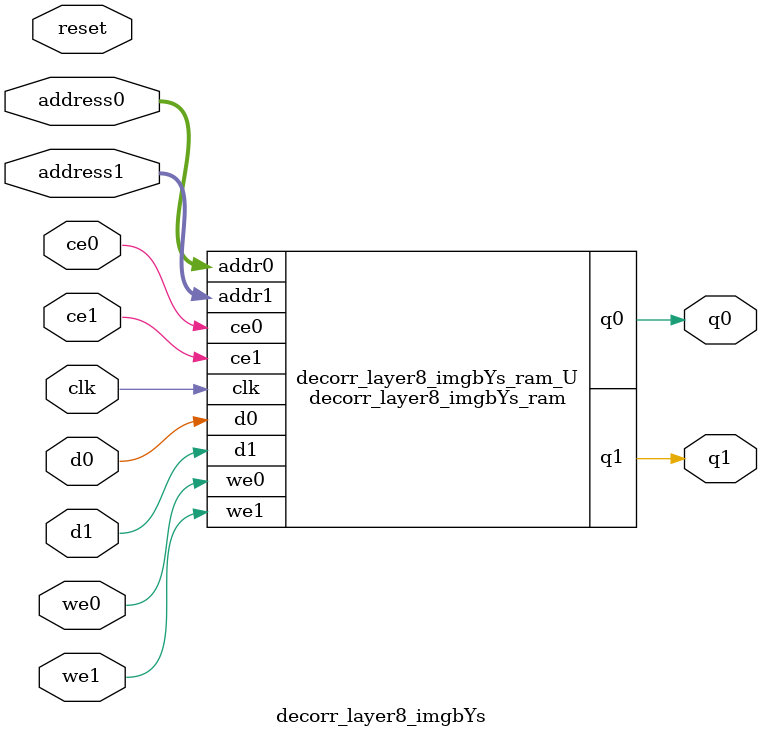
<source format=v>
`timescale 1 ns / 1 ps
module decorr_layer8_imgbYs_ram (addr0, ce0, d0, we0, q0, addr1, ce1, d1, we1, q1,  clk);

parameter DWIDTH = 1;
parameter AWIDTH = 15;
parameter MEM_SIZE = 18480;

input[AWIDTH-1:0] addr0;
input ce0;
input[DWIDTH-1:0] d0;
input we0;
output reg[DWIDTH-1:0] q0;
input[AWIDTH-1:0] addr1;
input ce1;
input[DWIDTH-1:0] d1;
input we1;
output reg[DWIDTH-1:0] q1;
input clk;

(* ram_style = "block" *)reg [DWIDTH-1:0] ram[0:MEM_SIZE-1];




always @(posedge clk)  
begin 
    if (ce0) 
    begin
        if (we0) 
        begin 
            ram[addr0] <= d0; 
        end 
        q0 <= ram[addr0];
    end
end


always @(posedge clk)  
begin 
    if (ce1) 
    begin
        if (we1) 
        begin 
            ram[addr1] <= d1; 
        end 
        q1 <= ram[addr1];
    end
end


endmodule

`timescale 1 ns / 1 ps
module decorr_layer8_imgbYs(
    reset,
    clk,
    address0,
    ce0,
    we0,
    d0,
    q0,
    address1,
    ce1,
    we1,
    d1,
    q1);

parameter DataWidth = 32'd1;
parameter AddressRange = 32'd18480;
parameter AddressWidth = 32'd15;
input reset;
input clk;
input[AddressWidth - 1:0] address0;
input ce0;
input we0;
input[DataWidth - 1:0] d0;
output[DataWidth - 1:0] q0;
input[AddressWidth - 1:0] address1;
input ce1;
input we1;
input[DataWidth - 1:0] d1;
output[DataWidth - 1:0] q1;



decorr_layer8_imgbYs_ram decorr_layer8_imgbYs_ram_U(
    .clk( clk ),
    .addr0( address0 ),
    .ce0( ce0 ),
    .we0( we0 ),
    .d0( d0 ),
    .q0( q0 ),
    .addr1( address1 ),
    .ce1( ce1 ),
    .we1( we1 ),
    .d1( d1 ),
    .q1( q1 ));

endmodule


</source>
